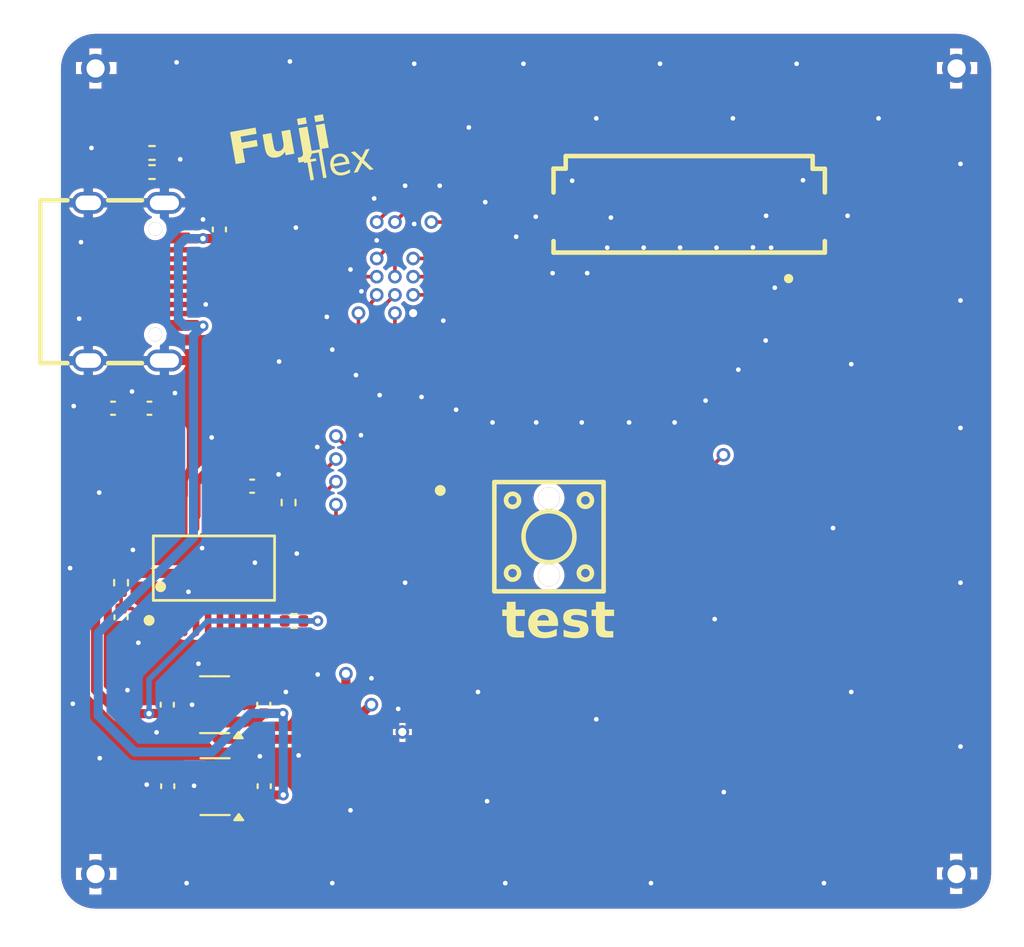
<source format=kicad_pcb>
(kicad_pcb (version 20241229) (generator "pcbnew") (generator_version "9.0")
  (layers (0 "F.Cu" signal) (2 "B.Cu" signal) (13 "F.Paste" user) (15 "B.Paste" user) (5 "F.SilkS" user "F.Silkscreen") (7 "B.SilkS" user "B.Silkscreen") (1 "F.Mask" user) (3 "B.Mask" user) (25 "Edge.Cuts" user))
  (net 0 "")
  (net 1 "GND")
  (net 2 "54MHz")
  (net 3 "D6")
  (net 4 "D2")
  (net 5 "D4")
  (net 6 "C")
  (net 7 "D5")
  (net 8 "D0")
  (net 9 "CSEL")
  (net 10 "W")
  (net 11 "D1")
  (net 12 "D7")
  (net 13 "D3")
  (net 14 "D")
  (net 15 "VBUS")
  (net 16 "3.3V")
  (net 17 "1.8V")
  (net 18 "Net-(U3-~{RST})")
  (net 19 "Net-(U3-XI)")
  (net 20 "Net-(U3-XO)")
  (net 21 "Net-(J1-CC1)")
  (net 22 "Net-(J1-CC2)")
  (net 25 "Net-(U3-RTS1{slash}GPIO7)")
  (net 26 "Net-(U3-TNOW1{slash}DTR1)")
  (net 29 "MISO")
  (net 30 "SCK")
  (net 34 "MOSI")
  (net 35 "CS")
  (net 40 "/D+")
  (net 41 "/D-")
  (net 42 "PROG_B")
  (footprint "Capacitor_SMD:C_0402_1005Metric" (layer "F.Cu") (at 118.918946 104.694572 -90)
    (property "Reference" "C6" (hide yes))
    (property "Value" "0.1µF")
  )
  (footprint "Resistor_SMD:R_0402_1005Metric" (layer "F.Cu") (at 128.418946 104.894572)
    (property "Reference" "R4" (hide yes))
    (property "Value" "5.1k")
  )
  (footprint "Crystal:Crystal_SMD_5032-2Pin_5.0x3.2mm" (layer "F.Cu") (at 119.478946 95.414572 180)
    (property "Reference" "Y1" (hide yes))
    (property "Value" "8MHz" (hide yes))
  )
  (footprint "Capacitor_SMD:C_0402_1005Metric" (layer "F.Cu") (at 121.456446 109.494572 90)
    (property "Reference" "C2" (hide yes))
    (property "Value" "1µF")
  )
  (footprint "Resistor_SMD:R_0402_1005Metric" (layer "F.Cu") (at 120.618946 79.194572)
    (property "Reference" "R2" (hide yes))
    (property "Value" "5.1k")
  )
  (footprint "Capacitor_SMD:C_0402_1005Metric" (layer "F.Cu") (at 126.118946 97.494572)
    (property "Reference" "C5" (hide yes))
    (property "Value" "0.1µF")
  )
  (footprint "Resistor_SMD:R_0402_1005Metric" (layer "F.Cu") (at 118.918946 102.794572 90)
    (property "Reference" "R5" (hide yes))
    (property "Value" "5.1k")
  )
  (footprint "easyeda2kicad:TSSOP-20_L6.5-W4.4-P0.65-LS6.4-BL" (layer "F.Cu") (at 124.018946 101.994572)
    (property "Reference" "U3" (hide yes))
    (property "Value" "CH347T")
  )
  (footprint "Capacitor_SMD:C_0402_1005Metric" (layer "F.Cu") (at 124.318946 83.394572 90)
    (property "Reference" "C7" (hide yes))
    (property "Value" "1µF")
  )
  (footprint "Capacitor_SMD:C_0402_1005Metric" (layer "F.Cu") (at 120.478946 93.214572 180)
    (property "Reference" "C8" (hide yes))
    (property "Value" "22pF")
  )
  (footprint "Resistor_SMD:R_0402_1005Metric" (layer "F.Cu") (at 120.618946 80.244572)
    (property "Reference" "R1" (hide yes))
    (property "Value" "5.1k")
  )
  (footprint "easyeda2kicad:SW-SMD_4P-L6.0-W6.0-P4.50-LS9.0-3" (layer "F.Cu") (at 142.418946 100.269572)
    (property "Reference" "SW1" (hide yes))
    (property "Value" "KH-6X6X6H-STM")
  )
  (footprint "Capacitor_SMD:C_0402_1005Metric" (layer "F.Cu") (at 126.756446 109.494572 90)
    (property "Reference" "C1" (hide yes))
    (property "Value" "1µF")
  )
  (footprint "Capacitor_SMD:C_0402_1005Metric" (layer "F.Cu") (at 126.781446 113.969572 90)
    (property "Reference" "C3" (hide yes))
    (property "Value" "1µF")
  )
  (footprint "Resistor_SMD:R_0402_1005Metric" (layer "F.Cu") (at 128.118946 98.394572 90)
    (property "Reference" "R3" (hide yes))
    (property "Value" "5.1k")
  )
  (footprint "Package_TO_SOT_SMD:SOT-23-5" (layer "F.Cu") (at 124.056446 109.494572 180)
    (property "Reference" "U1" (hide yes))
    (property "Value" "SPX3819M5-L-3-3/TR")
  )
  (footprint "easyeda2kicad:USB-C_SMD-TYPE-C-31-M-12" (layer "F.Cu") (at 119.588946 86.264572 -90)
    (property "Reference" "J1" (hide yes))
    (property "Value" "217179-0001")
  )
  (footprint "easyeda2kicad:FPC-SMD_19P-P0.50_AFD01-S19FCA-00" (layer "F.Cu") (at 150.118946 84.064572 180)
    (property "Reference" "J2" (hide yes))
    (property "Value" "Conn_01x21_Pin" (hide yes))
  )
  (footprint "Package_TO_SOT_SMD:SOT-23-5" (layer "F.Cu") (at 124.081446 113.994572 180)
    (property "Reference" "U2" (hide yes))
    (property "Value" "SPX3819M5-L-1-8/TR")
  )
  (footprint "Capacitor_SMD:C_0402_1005Metric" (layer "F.Cu") (at 121.481446 113.969572 90)
    (property "Reference" "C4" (hide yes))
    (property "Value" "1µF")
  )
  (footprint "Capacitor_SMD:C_0402_1005Metric" (layer "F.Cu") (at 118.478946 93.214572)
    (property "Reference" "C9" (hide yes))
    (property "Value" "22pF")
  )
  (gr_arc (start 164.802179 72.55245) (mid 166.216392 73.138236) (end 166.802178 74.552448) (stroke (width 0.01)) (layer "Edge.Cuts"))
  (gr_line (start 117.519006 72.552457) (end 117.519006 72.55245) (stroke (width 0.01)) (layer "Edge.Cuts"))
  (gr_arc (start 166.802178 118.79457) (mid 166.216392 120.208783) (end 164.80218 120.794569) (stroke (width 0.01)) (layer "Edge.Cuts"))
  (gr_line (start 164.802179 72.55245) (end 117.519006 72.55245) (stroke (width 0.01)) (layer "Edge.Cuts"))
  (gr_arc (start 115.518961 74.552492) (mid 116.104756 73.138256) (end 117.519006 72.552457) (stroke (width 0.01)) (layer "Edge.Cuts"))
  (gr_arc (start 117.518946 120.794569) (mid 116.104739 120.208788) (end 115.518961 118.801205) (stroke (width 0.01)) (layer "Edge.Cuts"))
  (gr_line (start 115.518961 74.552492) (end 115.518961 118.801205) (stroke (width 0.01)) (layer "Edge.Cuts"))
  (gr_line (start 117.518946 120.794569) (end 164.80218 120.794569) (stroke (width 0.01)) (layer "Edge.Cuts"))
  (gr_line (start 166.802178 118.79457) (end 166.802178 74.552448) (stroke (width 0.01)) (layer "Edge.Cuts"))
  (gr_text "test" (at 139.818946 106.144572 0) (layer "F.SilkS") (effects (font (size 2 2) (thickness 0.3) (bold yes) (italic yes)) (justify left bottom)))
  (gr_text "Fuji" (at 125.013347 80.141932 10) (layer "F.SilkS") (effects (font (size 1.75 2) (thickness 0.35) (bold yes) (italic yes)) (justify left bottom)))
  (gr_text "flex" (at 129.143946 80.994572 10) (layer "F.SilkS") (effects (font (size 1.5 1.5) (thickness 0.15) (italic yes)) (justify left bottom)))
  (via (at 140.618946 83.794572) (size 0.508) (drill 0.254) (layers "F.Cu" "B.Cu") (net 1))
  (via (at 145.018946 77.294572) (size 0.508) (drill 0.254) (layers "F.Cu" "B.Cu") (net 1))
  (via (at 117.518996 74.552492) (size 1.6) (drill 1) (layers "F.Cu" "B.Cu") (net 1))
  (via (at 126.54102 112.330512) (size 0.508) (drill 0.254) (layers "F.Cu" "B.Cu") (net 1))
  (via (at 136.418946 80.994572) (size 0.508) (drill 0.254) (layers "F.Cu" "B.Cu") (net 1))
  (via (at 154.318946 89.494572) (size 0.508) (drill 0.254) (layers "F.Cu" "B.Cu") (net 1))
  (via (at 151.618946 84.394572) (size 0.508) (drill 0.254) (layers "F.Cu" "B.Cu") (net 1))
  (via (at 158.818946 82.644572) (size 0.508) (drill 0.254) (layers "F.Cu" "B.Cu") (net 1))
  (via (at 128.518946 83.294572) (size 0.508) (drill 0.254) (layers "F.Cu" "B.Cu") (net 1))
  (via (at 123.418946 82.844572) (size 0.508) (drill 0.254) (layers "F.Cu" "B.Cu") (net 1))
  (via (at 132.118946 86.794572) (size 0.508) (drill 0.254) (layers "F.Cu" "B.Cu") (net 1))
  (via (at 123.168946 107.244572) (size 0.508) (drill 0.254) (layers "F.Cu" "B.Cu") (net 1))
  (via (at 137.318946 93.294572) (size 0.508) (drill 0.254) (layers "F.Cu" "B.Cu") (net 1))
  (via (at 146.818946 93.994572) (size 0.508) (drill 0.254) (layers "F.Cu" "B.Cu") (net 1))
  (via (at 139.318946 93.994572) (size 0.508) (drill 0.254) (layers "F.Cu" "B.Cu") (net 1))
  (via (at 121.968946 74.219572) (size 0.508) (drill 0.254) (layers "F.Cu" "B.Cu") (net 1))
  (via (at 129.693946 95.344572) (size 0.508) (drill 0.254) (layers "F.Cu" "B.Cu") (net 1))
  (via (at 144.518946 85.794572) (size 0.508) (drill 0.254) (layers "F.Cu" "B.Cu") (net 1))
  (via (at 158.018946 99.794572) (size 0.508) (drill 0.254) (layers "F.Cu" "B.Cu") (net 1))
  (via (at 138.518946 108.794572) (size 0.508) (drill 0.254) (layers "F.Cu" "B.Cu") (net 1))
  (via (at 134.518946 80.994572) (size 0.508) (drill 0.254) (layers "F.Cu" "B.Cu") (net 1))
  (via (at 154.618946 84.394572) (size 0.508) (drill 0.254) (layers "F.Cu" "B.Cu") (net 1))
  (via (at 132.668946 108.044572) (size 0.508) (drill 0.254) (layers "F.Cu" "B.Cu") (net 1))
  (via (at 128.568946 101.194572) (size 0.508) (drill 0.254) (layers "F.Cu" "B.Cu") (net 1))
  (via (at 128.193946 74.169572) (size 0.508) (drill 0.254) (layers "F.Cu" "B.Cu") (net 1))
  (via (at 142.618946 85.794572) (size 0.508) (drill 0.254) (layers "F.Cu" "B.Cu") (net 1))
  (via (at 129.719876 107.836332) (size 0.508) (drill 0.254) (layers "F.Cu" "B.Cu") (net 1))
  (via (at 152.518946 77.294572) (size 0.508) (drill 0.254) (layers "F.Cu" "B.Cu") (net 1))
  (via (at 156.368946 80.694572) (size 0.508) (drill 0.254) (layers "F.Cu" "B.Cu") (net 1))
  (via (at 122.518946 119.294572) (size 0.508) (drill 0.254) (layers "F.Cu" "B.Cu") (net 1))
  (via (at 119.268946 108.694572) (size 0.508) (drill 0.254) (layers "F.Cu" "B.Cu") (net 1))
  (via (at 165.018946 79.794572) (size 0.508) (drill 0.254) (layers "F.Cu" "B.Cu") (net 1))
  (via (at 143.693946 80.719572) (size 0.508) (drill 0.254) (layers "F.Cu" "B.Cu") (net 1))
  (via (at 121.876462 92.379735) (size 0.508) (drill 0.254) (layers "F.Cu" "B.Cu") (net 1))
  (via (at 131.818946 91.394572) (size 0.508) (drill 0.254) (layers "F.Cu" "B.Cu") (net 1))
  (via (at 153.618946 84.380799) (size 0.508) (drill 0.254) (layers "F.Cu" "B.Cu") (net 1))
  (via (at 145.618946 84.394572) (size 0.508) (drill 0.254) (layers "F.Cu" "B.Cu") (net 1))
  (via (at 134.959042 87.989472) (size 0.75) (drill 0.45) (layers "F.Cu" "B.Cu") (net 1))
  (via (at 154.818946 86.594572) (size 0.508) (drill 0.254) (layers "F.Cu" "B.Cu") (net 1))
  (via (at 130.518946 89.994572) (size 0.508) (drill 0.254) (layers "F.Cu" "B.Cu") (net 1))
  (via (at 147.618946 84.394572) (size 0.508) (drill 0.254) (layers "F.Cu" "B.Cu") (net 1))
  (via (at 134.138744 109.724228) (size 0.508) (drill 0.254) (layers "F.Cu" "B.Cu") (net 1))
  (via (at 159.018946 90.794572) (size 0.508) (drill 0.254) (layers "F.Cu" "B.Cu") (net 1))
  (via (at 151.018946 92.794572) (size 0.508) (drill 0.254) (layers "F.Cu" "B.Cu") (net 1))
  (via (at 117.293946 78.919572) (size 0.508) (drill 0.254) (layers "F.Cu" "B.Cu") (net 1))
  (via (at 165.018946 94.294572) (size 0.508) (drill 0.254) (layers "F.Cu" "B.Cu") (net 1))
  (via (at 148.518946 74.294572) (size 0.508) (drill 0.254) (layers "F.Cu" "B.Cu") (net 1))
  (via (at 120.328576 113.883622) (size 0.508) (drill 0.254) (layers "F.Cu" "B.Cu") (net 1))
  (via (at 120.867411 111.015122) (size 0.508) (drill 0.254) (layers "F.Cu" "B.Cu") (net 1))
  (via (at 123.368946 100.894572) (size 0.508) (drill 0.254) (layers "F.Cu" "B.Cu") (net 1))
  (via (at 127.968946 108.794572) (size 0.508) (drill 0.254) (layers "F.Cu" "B.Cu") (net 1))
  (via (at 145.818946 82.744572) (size 0.508) (drill 0.254) (layers "F.Cu" "B.Cu") (net 1))
  (via (at 117.747643 112.432366) (size 0.508) (drill 0.254) (layers "F.Cu" "B.Cu") (net 1))
  (via (at 133.118946 92.494572) (size 0.508) (drill 0.254) (layers "F.Cu" "B.Cu") (net 1))
  (via (at 117.718946 97.844572) (size 0.508) (drill 0.254) (layers "F.Cu" "B.Cu") (net 1))
  (via (at 119.868946 106.094572) (size 0.508) (drill 0.254) (layers "F.Cu" "B.Cu") (net 1))
  (via (at 119.568946 100.994572) (size 0.508) (drill 0.254) (layers "F.Cu" "B.Cu") (net 1))
  (via (at 116.318946 93.094572) (size 0.508) (drill 0.254) (layers "F.Cu" "B.Cu") (net 1))
  (via (at 130.518946 119.294572) (size 0.508) (drill 0.254) (layers "F.Cu" "B.Cu") (net 1))
  (via (at 144.218946 93.994572) (size 0.508) (drill 0.254) (layers "F.Cu" "B.Cu") (net 1))
  (via (at 126.268946 101.694572) (size 0.508) (drill 0.254) (layers "F.Cu" "B.Cu") (net 1))
  (via (at 152.018946 114.294572) (size 0.508) (drill 0.254) (layers "F.Cu" "B.Cu") (net 1))
  (via (at 135.418946 92.594572) (size 0.508) (drill 0.254) (layers "F.Cu" "B.Cu") (net 1))
  (via (at 159.018946 108.794572) (size 0.508) (drill 0.254) (layers "F.Cu" "B.Cu") (net 1))
  (via (at 151.518946 104.794572) (size 0.508) (drill 0.254) (layers "F.Cu" "B.Cu") (net 1))
  (via (at 165.018946 111.794572) (size 0.508) (drill 0.254) (layers "F.Cu" "B.Cu") (net 1))
  (via (at 138.918946 81.894572) (size 0.508) (drill 0.254) (layers "F.Cu" "B.Cu") (net 1))
  (via (at 116.268946 109.444572) (size 0.508) (drill 0.254) (layers "F.Cu" "B.Cu") (net 1))
  (via (at 131.518946 85.594572) (size 0.508) (drill 0.254) (layers "F.Cu" "B.Cu") (net 1))
  (via (at 160.518946 77.294572) (size 0.508) (drill 0.254) (layers "F.Cu" "B.Cu") (net 1))
  (via (at 148.018946 119.294572) (size 0.508) (drill 0.254) (layers "F.Cu" "B.Cu") (net 1))
  (via (at 134.365915 110.992188) (size 0.75) (drill 0.45) (layers "F.Cu" "B.Cu") (net 1))
  (via (at 141.718946 93.994572) (size 0.508) (drill 0.254) (layers "F.Cu" "B.Cu") (net 1))
  (via (at 116.718946 84.094572) (size 0.508) (drill 0.254) (layers "F.Cu" "B.Cu") (net 1))
  (via (at 123.893946 94.819572) (size 0.508) (drill 0.254) (layers "F.Cu" "B.Cu") (net 1))
  (via (at 119.518946 92.294572) (size 0.508) (drill 0.254) (layers "F.Cu" "B.Cu") (net 1))
  (via (at 141.693946 82.694572) (size 0.508) (drill 0.254) (layers "F.Cu" "B.Cu") (net 1))
  (via (at 122.618946 103.294572) (size 0.508) (drill 0.254) (layers "F.Cu" "B.Cu") (net 1))
  (via (at 139.018946 114.794572) (size 0.508) (drill 0.254) (layers "F.Cu" "B.Cu") (net 1))
  (via (at 165.018946 87.294572) (size 0.508) (drill 0.254) (layers "F.Cu" "B.Cu") (net 1))
  (via (at 138.018946 77.794572) (size 0.508) (drill 0.254) (layers "F.Cu" "B.Cu") (net 1))
  (via (at 122.92766 113.947015) (size 0.508) (drill 0.254) (layers "F.Cu" "B.Cu") (net 1))
  (via (at 149.318946 93.994572) (size 0.508) (drill 0.254) (layers "F.Cu" "B.Cu") (net 1))
  (via (at 116.618946 88.294572) (size 0.508) (drill 0.254) (layers "F.Cu" "B.Cu") (net 1))
  (via (at 135.018946 74.294572) (size 0.508) (drill 0.254) (layers "F.Cu" "B.Cu") (net 1))
  (via (at 132.818946 81.694572) (size 0.508) (drill 0.254) (layers "F.Cu" "B.Cu") (net 1))
  (via (at 140.018946 119.294572) (size 0.508) (drill 0.254) (layers "F.Cu" "B.Cu") (net 1))
  (via (at 164.802179 118.79457) (size 1.6) (drill 1) (layers "F.Cu" "B.Cu") (net 1))
  (via (at 135.018946 83.094572) (size 0.508) (drill 0.254) (layers "F.Cu" "B.Cu") (net 1))
  (via (at 141.018946 74.294572) (size 0.508) (drill 0.254) (layers "F.Cu" "B.Cu") (net 1))
  (via (at 132.0935 94.694979) (size 0.508) (drill 0.254) (layers "F.Cu" "B.Cu") (net 1))
  (via (at 134.518946 102.794572) (size 0.508) (drill 0.254) (layers "F.Cu" "B.Cu") (net 1))
  (via (at 152.818946 91.094572) (size 0.508) (drill 0.254) (layers "F.Cu" "B.Cu") (net 1))
  (via (at 122.818946 109.494572) (size 0.508) (drill 0.254) (layers "F.Cu" "B.Cu") (net 1))
  (via (at 122.168946 79.544572) (size 0.508) (drill 0.254) (layers "F.Cu" "B.Cu") (net 1))
  (via (at 136.614518 88.403824) (size 0.508) (drill 0.254) (layers "F.Cu" "B.Cu") (net 1))
  (via (at 132.959042 83.994572) (size 0.508) (drill 0.254) (layers "F.Cu" "B.Cu") (net 1))
  (via (at 123.569764 87.512531) (size 0.508) (drill 0.254) (layers "F.Cu" "B.Cu") (net 1))
  (via (at 164.802178 74.55245) (size 1.6) (drill 1) (layers "F.Cu" "B.Cu") (net 1))
  (via (at 127.597884 90.650066) (size 0.508) (drill 0.254) (layers "F.Cu" "B.Cu") (net 1))
  (via (at 156.018946 74.294572) (size 0.508) (drill 0.254) (layers "F.Cu" "B.Cu") (net 1))
  (via (at 165.018946 102.794572) (size 0.508) (drill 0.254) (layers "F.Cu" "B.Cu") (net 1))
  (via (at 154.343946 82.644572) (size 0.508) (drill 0.254) (layers "F.Cu" "B.Cu") (net 1))
  (via (at 130.218946 88.194572) (size 0.508) (drill 0.254) (layers "F.Cu" "B.Cu") (net 1))
  (via (at 145.018946 110.294572) (size 0.508) (drill 0.254) (layers "F.Cu" "B.Cu") (net 1))
  (via (at 127.568946 96.844572) (size 0.508) (drill 0.254) (layers "F.Cu" "B.Cu") (net 1))
  (via (at 149.618946 84.394572) (size 0.508) (drill 0.254) (layers "F.Cu" "B.Cu") (net 1))
  (via (at 131.518946 115.294572) (size 0.508) (drill 0.254) (layers "F.Cu" "B.Cu") (net 1))
  (via (at 157.518946 119.294572) (size 0.508) (drill 0.254) (layers "F.Cu" "B.Cu") (net 1))
  (via (at 128.670843 112.281602) (size 0.508) (drill 0.254) (layers "F.Cu" "B.Cu") (net 1))
  (via (at 116.118946 101.994572) (size 0.508) (drill 0.254) (layers "F.Cu" "B.Cu") (net 1))
  (via (at 117.518946 118.794572) (size 1.6) (drill 1) (layers "F.Cu" "B.Cu") (net 1))
  (segment (start 133.318946 91.794572) (end 137.118946 91.794572) (width 0.2) (layer "F.Cu") (net 2))
  (segment (start 154.118946 88.294572) (end 154.118946 85.424572) (width 0.2) (layer "F.Cu") (net 2))
  (segment (start 132.959042 85.989472) (end 132.024046 85.989472) (width 0.2) (layer "F.Cu") (net 2))
  (segment (start 132.024046 85.989472) (end 130.918946 87.094572) (width 0.2) (layer "F.Cu") (net 2))
  (segment (start 130.918946 87.094572) (end 130.918946 89.394572) (width 0.2) (layer "F.Cu") (net 2))
  (segment (start 130.918946 89.394572) (end 133.318946 91.794572) (width 0.2) (layer "F.Cu") (net 2))
  (segment (start 149.218946 93.194572) (end 154.118946 88.294572) (width 0.2) (layer "F.Cu") (net 2))
  (segment (start 137.118946 91.794572) (end 138.518946 93.194572) (width 0.2) (layer "F.Cu") (net 2))
  (segment (start 138.518946 93.194572) (end 149.218946 93.194572) (width 0.2) (layer "F.Cu") (net 2))
  (via (at 132.959042 85.989472) (size 0.75) (drill 0.45) (layers "F.Cu" "B.Cu") (net 2))
  (segment (start 134.959042 84.989472) (end 136.013846 84.989472) (width 0.2) (layer "F.Cu") (net 3))
  (segment (start 147.218946 89.294572) (end 149.118946 87.394572) (width 0.2) (layer "F.Cu") (net 3))
  (segment (start 136.013846 84.989472) (end 140.318946 89.294572) (width 0.2) (layer "F.Cu") (net 3))
  (segment (start 140.318946 89.294572) (end 147.218946 89.294572) (width 0.2) (layer "F.Cu") (net 3))
  (segment (start 149.118946 87.394572) (end 149.118946 85.424572) (width 0.2) (layer "F.Cu") (net 3))
  (via (at 134.959042 84.989472) (size 0.75) (drill 0.45) (layers "F.Cu" "B.Cu") (net 3))
  (segment (start 136.613846 86.989472) (end 139.918946 90.294572) (width 0.2) (layer "F.Cu") (net 4))
  (segment (start 134.959042 86.989472) (end 136.613846 86.989472) (width 0.2) (layer "F.Cu") (net 4))
  (segment (start 139.918946 90.294572) (end 147.718946 90.294572) (width 0.2) (layer "F.Cu") (net 4))
  (segment (start 147.718946 90.294572) (end 150.618946 87.394572) (width 0.2) (layer "F.Cu") (net 4))
  (segment (start 150.618946 87.394572) (end 150.618946 85.424572) (width 0.2) (layer "F.Cu") (net 4))
  (via (at 134.959042 86.989472) (size 0.75) (drill 0.45) (layers "F.Cu" "B.Cu") (net 4))
  (segment (start 148.218946 91.294572) (end 152.118946 87.394572) (width 0.2) (layer "F.Cu") (net 5))
  (segment (start 133.256164 88.857354) (end 134.293382 89.894572) (width 0.2) (layer "F.Cu") (net 5))
  (segment (start 133.959042 86.989472) (end 133.256164 87.69235) (width 0.2) (layer "F.Cu") (net 5))
  (segment (start 133.256164 87.69235) (end 133.256164 88.857354) (width 0.2) (layer "F.Cu") (net 5))
  (segment (start 152.118946 87.394572) (end 152.118946 85.424572) (width 0.2) (layer "F.Cu") (net 5))
  (segment (start 138.118946 89.894572) (end 139.518946 91.294572) (width 0.2) (layer "F.Cu") (net 5))
  (segment (start 139.518946 91.294572) (end 148.218946 91.294572) (width 0.2) (layer "F.Cu") (net 5))
  (segment (start 134.293382 89.894572) (end 138.118946 89.894572) (width 0.2) (layer "F.Cu") (net 5))
  (via (at 133.959042 86.989472) (size 0.75) (drill 0.45) (layers "F.Cu" "B.Cu") (net 5))
  (segment (start 146.118946 87.794572) (end 147.118946 86.794572) (width 0.2) (layer "F.Cu") (net 6))
  (segment (start 147.118946 86.794572) (end 147.118946 85.424572) (width 0.2) (layer "F.Cu") (net 6))
  (segment (start 137.013846 82.989472) (end 141.818946 87.794572) (width 0.2) (layer "F.Cu") (net 6))
  (segment (start 141.818946 87.794572) (end 146.118946 87.794572) (width 0.2) (layer "F.Cu") (net 6))
  (segment (start 135.959042 82.989472) (end 137.013846 82.989472) (width 0.2) (layer "F.Cu") (net 6))
  (via (at 135.959042 82.989472) (size 0.75) (drill 0.45) (layers "F.Cu" "B.Cu") (net 6))
  (segment (start 134.959042 85.989472) (end 136.313846 85.989472) (width 0.2) (layer "F.Cu") (net 7))
  (segment (start 150.118946 87.094572) (end 150.118946 85.424572) (width 0.2) (layer "F.Cu") (net 7))
  (segment (start 136.313846 85.989472) (end 140.118946 89.794572) (width 0.2) (layer "F.Cu") (net 7))
  (segment (start 140.118946 89.794572) (end 147.418946 89.794572) (width 0.2) (layer "F.Cu") (net 7))
  (segment (start 147.418946 89.794572) (end 150.118946 87.094572) (width 0.2) (layer "F.Cu") (net 7))
  (via (at 134.959042 85.989472) (size 0.75) (drill 0.45) (layers "F.Cu" "B.Cu") (net 7))
  (segment (start 137.718946 90.894572) (end 139.118946 92.294572) (width 0.2) (layer "F.Cu") (net 8))
  (segment (start 139.118946 92.294572) (end 148.618946 92.294572) (width 0.2) (layer "F.Cu") (net 8))
  (segment (start 131.959042 88.934668) (end 133.918946 90.894572) (width 0.2) (layer "F.Cu") (net 8))
  (segment (start 131.959042 87.989472) (end 131.959042 88.934668) (width 0.2) (layer "F.Cu") (net 8))
  (segment (start 153.118946 87.794572) (end 153.118946 85.424572) (width 0.2) (layer "F.Cu") (net 8))
  (segment (start 133.918946 90.894572) (end 137.718946 90.894572) (width 0.2) (layer "F.Cu") (net 8))
  (segment (start 148.618946 92.294572) (end 153.118946 87.794572) (width 0.2) (layer "F.Cu") (net 8))
  (via (at 131.959042 87.989472) (size 0.75) (drill 0.45) (layers "F.Cu" "B.Cu") (net 8))
  (segment (start 134.618946 84.294572) (end 136.018946 84.294572) (width 0.2) (layer "F.Cu") (net 9))
  (segment (start 136.018946 84.294572) (end 140.518946 88.794572) (width 0.2) (layer "F.Cu") (net 9))
  (segment (start 146.918946 88.794572) (end 148.618946 87.094572) (width 0.2) (layer "F.Cu") (net 9))
  (segment (start 140.518946 88.794572) (end 146.918946 88.794572) (width 0.2) (layer "F.Cu") (net 9))
  (segment (start 133.959042 84.954476) (end 134.618946 84.294572) (width 0.2) (layer "F.Cu") (net 9))
  (segment (start 133.959042 85.989472) (end 133.959042 84.954476) (width 0.2) (layer "F.Cu") (net 9))
  (segment (start 148.618946 87.094572) (end 148.618946 85.424572) (width 0.2) (layer "F.Cu") (net 9))
  (via (at 133.959042 85.989472) (size 0.75) (drill 0.45) (layers "F.Cu" "B.Cu") (net 9))
  (segment (start 146.118946 86.294572) (end 146.118946 85.424572) (width 0.2) (layer "F.Cu") (net 10))
  (segment (start 137.218946 81.794572) (end 142.218946 86.794572) (width 0.2) (layer "F.Cu") (net 10))
  (segment (start 142.218946 86.794572) (end 145.618946 86.794572) (width 0.2) (layer "F.Cu") (net 10))
  (segment (start 145.618946 86.794572) (end 146.118946 86.294572) (width 0.2) (layer "F.Cu") (net 10))
  (segment (start 134.153942 81.794572) (end 137.218946 81.794572) (width 0.2) (layer "F.Cu") (net 10))
  (segment (start 132.959042 82.989472) (end 134.153942 81.794572) (width 0.2) (layer "F.Cu") (net 10))
  (via (at 132.959042 82.989472) (size 0.75) (drill 0.45) (layers "F.Cu" "B.Cu") (net 10))
  (segment (start 151.118946 87.594572) (end 151.118946 85.424572) (width 0.2) (layer "F.Cu") (net 11))
  (segment (start 133.959042 88.634668) (end 134.718946 89.394572) (width 0.2) (layer "F.Cu") (net 11))
  (segment (start 147.918946 90.794572) (end 151.118946 87.594572) (width 0.2) (layer "F.Cu") (net 11))
  (segment (start 139.718946 90.794572) (end 147.918946 90.794572) (width 0.2) (layer "F.Cu") (net 11))
  (segment (start 133.959042 87.989472) (end 133.959042 88.634668) (width 0.2) (layer "F.Cu") (net 11))
  (segment (start 138.318946 89.394572) (end 139.718946 90.794572) (width 0.2) (layer "F.Cu") (net 11))
  (segment (start 134.718946 89.394572) (end 138.318946 89.394572) (width 0.2) (layer "F.Cu") (net 11))
  (via (at 133.959042 87.989472) (size 0.75) (drill 0.45) (layers "F.Cu" "B.Cu") (net 11))
  (segment (start 148.118946 86.794572) (end 148.118946 85.424572) (width 0.2) (layer "F.Cu") (net 12))
  (segment (start 132.959042 84.989472) (end 134.153942 83.794572) (width 0.2) (layer "F.Cu") (net 12))
  (segment (start 140.718946 88.294572) (end 146.618946 88.294572) (width 0.2) (layer "F.Cu") (net 12))
  (segment (start 146.618946 88.294572) (end 148.118946 86.794572) (width 0.2) (layer "F.Cu") (net 12))
  (segment (start 134.153942 83.794572) (end 136.218946 83.794572) (width 0.2) (layer "F.Cu") (net 12))
  (segment (start 136.218946 83.794572) (end 140.718946 88.294572) (width 0.2) (layer "F.Cu") (net 12))
  (via (at 132.959042 84.989472) (size 0.75) (drill 0.45) (layers "F.Cu" "B.Cu") (net 12))
  (segment (start 134.118946 90.394572) (end 137.918946 90.394572) (width 0.2) (layer "F.Cu") (net 13))
  (segment (start 132.959042 86.989472) (end 132.959042 87.115848) (width 0.2) (layer "F.Cu") (net 13))
  (segment (start 132.658693 88.934319) (end 134.118946 90.394572) (width 0.2) (layer "F.Cu") (net 13))
  (segment (start 152.618946 87.594572) (end 152.618946 85.424572) (width 0.2) (layer "F.Cu") (net 13))
  (segment (start 137.918946 90.394572) (end 139.318946 91.794572) (width 0.2) (layer "F.Cu") (net 13))
  (segment (start 139.318946 91.794572) (end 148.418946 91.794572) (width 0.2) (layer "F.Cu") (net 13))
  (segment (start 148.418946 91.794572) (end 152.618946 87.594572) (width 0.2) (layer "F.Cu") (net 13))
  (segment (start 132.658693 87.416197) (end 132.658693 88.934319) (width 0.2) (layer "F.Cu") (net 13))
  (segment (start 132.959042 87.115848) (end 132.658693 87.416197) (width 0.2) (layer "F.Cu") (net 13))
  (via (at 132.959042 86.989472) (size 0.75) (drill 0.45) (layers "F.Cu" "B.Cu") (net 13))
  (segment (start 133.959042 82.989472) (end 134.653942 82.294572) (width 0.2) (layer "F.Cu") (net 14))
  (segment (start 145.818946 87.294572) (end 146.618946 86.494572) (width 0.2) (layer "F.Cu") (net 14))
  (segment (start 142.018946 87.294572) (end 145.818946 87.294572) (width 0.2) (layer "F.Cu") (net 14))
  (segment (start 137.018946 82.294572) (end 142.018946 87.294572) (width 0.2) (layer "F.Cu") (net 14))
  (segment (start 134.653942 82.294572) (end 137.018946 82.294572) (width 0.2) (layer "F.Cu") (net 14))
  (segment (start 146.618946 86.494572) (end 146.618946 85.424572) (width 0.2) (layer "F.Cu") (net 14))
  (via (at 133.959042 82.989472) (size 0.75) (drill 0.45) (layers "F.Cu" "B.Cu") (net 14))
  (segment (start 127.825521 114.449572) (end 127.827881 114.451932) (width 0.5) (layer "F.Cu") (net 15))
  (segment (start 125.193946 108.544572) (end 124.506446 108.544572) (width 0.2) (layer "F.Cu") (net 15))
  (segment (start 126.756446 109.974572) (end 127.806869 109.974572) (width 0.5) (layer "F.Cu") (net 15))
  (segment (start 123.118946 88.694572) (end 123.039946 88.615572) (width 0.5) (layer "F.Cu") (net 15))
  (segment (start 123.418946 88.694572) (end 123.118946 88.694572) (width 0.5) (layer "F.Cu") (net 15))
  (segment (start 123.068946 83.894572) (end 123.049946 83.913572) (width 0.5) (layer "F.Cu") (net 15))
  (segment (start 124.241482 113.309536) (end 124.241482 114.629608) (width 0.2) (layer "F.Cu") (net 15))
  (segment (start 125.218946 113.044572) (end 124.506446 113.044572) (width 0.2) (layer "F.Cu") (net 15))
  (segment (start 126.286446 114.944572) (end 125.218946 114.944572) (width 0.5) (layer "F.Cu") (net 15))
  (segment (start 126.781446 114.449572) (end 126.286446 114.944572) (width 0.5) (layer "F.Cu") (net 15))
  (segment (start 124.556446 114.944572) (end 125.218946 114.944572) (width 0.2) (layer "F.Cu") (net 15))
  (segment (start 127.806869 109.974572) (end 127.809413 109.977116) (width 0.5) (layer "F.Cu") (net 15))
  (segment (start 126.286446 110.444572) (end 125.193946 110.444572) (width 0.5) (layer "F.Cu") (net 15))
  (segment (start 123.418946 83.894572) (end 123.068946 83.894572) (width 0.5) (layer "F.Cu") (net 15))
  (segment (start 124.506446 108.544572) (end 124.209299 108.841719) (width 0.2) (layer "F.Cu") (net 15))
  (segment (start 124.209299 110.147425) (end 124.506446 110.444572) (width 0.2) (layer "F.Cu") (net 15))
  (segment (start 124.506446 110.444572) (end 125.193946 110.444572) (width 0.2) (layer "F.Cu") (net 15))
  (segment (start 124.241482 114.629608) (end 124.556446 114.944572) (width 0.2) (layer "F.Cu") (net 15))
  (segment (start 123.418946 83.894572) (end 124.298946 83.894572) (width 0.5) (layer "F.Cu") (net 15))
  (segment (start 126.756446 109.974572) (end 126.286446 110.444572) (width 0.5) (layer "F.Cu") (net 15))
  (segment (start 123.039946 88.615572) (end 122.058946 88.615572) (width 0.5) (layer "F.Cu") (net 15))
  (segment (start 124.506446 113.044572) (end 124.241482 113.309536) (width 0.2) (layer "F.Cu") (net 15))
  (segment (start 123.049946 83.913572) (end 122.058946 83.913572) (width 0.5) (layer "F.Cu") (net 15))
  (segment (start 126.781446 114.449572) (end 127.825521 114.449572) (width 0.5) (layer "F.Cu") (net 15))
  (segment (start 124.298946 83.894572) (end 124.318946 83.874572) (width 0.5) (layer "F.Cu") (net 15))
  (segment (start 124.209299 108.841719) (end 124.209299 110.147425) (width 0.2) (layer "F.Cu") (net 15))
  (via (at 123.418946 83.894572) (size 0.6) (drill 0.3) (layers "F.Cu" "B.Cu") (net 15))
  (via (at 123.418946 88.694572) (size 0.6) (drill 0.3) (layers "F.Cu" "B.Cu") (net 15))
  (via (at 127.809413 109.977116) (size 0.6) (drill 0.3) (layers "F.Cu" "B.Cu") (net 15))
  (via (at 127.827881 114.451932) (size 0.6) (drill 0.3) (layers "F.Cu" "B.Cu") (net 15))
  (segment (start 123.918946 112.094572) (end 126.036402 109.977116) (width 0.5) (layer "B.Cu") (net 15))
  (segment (start 126.036402 109.977116) (end 127.809413 109.977116) (width 0.5) (layer "B.Cu") (net 15))
  (segment (start 122.893946 89.219572) (end 122.893946 100.319572) (width 0.5) (layer "B.Cu") (net 15))
  (segment (start 123.418946 88.694572) (end 122.418946 88.694572) (width 0.5) (layer "B.Cu") (net 15))
  (segment (start 122.068946 88.344572) (end 122.068946 84.294572) (width 0.5) (layer "B.Cu") (net 15))
  (segment (start 122.418946 88.694572) (end 122.068946 88.344572) (width 0.5) (layer "B.Cu") (net 15))
  (segment (start 127.827881 109.995584) (end 127.809413 109.977116) (width 0.5) (layer "B.Cu") (net 15))
  (segment (start 119.668946 112.094572) (end 123.918946 112.094572) (width 0.5) (layer "B.Cu") (net 15))
  (segment (start 122.893946 100.319572) (end 117.668946 105.544572) (width 0.5) (layer "B.Cu") (net 15))
  (segment (start 127.827881 114.451932) (end 127.827881 109.995584) (width 0.5) (layer "B.Cu") (net 15))
  (segment (start 122.468946 83.894572) (end 123.418946 83.894572) (width 0.5) (layer "B.Cu") (net 15))
  (segment (start 122.068946 84.294572) (end 122.468946 83.894572) (width 0.5) (layer "B.Cu") (net 15))
  (segment (start 123.418946 88.694572) (end 122.893946 89.219572) (width 0.5) (layer "B.Cu") (net 15))
  (segment (start 117.668946 105.544572) (end 117.668946 110.094572) (width 0.5) (layer "B.Cu") (net 15))
  (segment (start 117.668946 110.094572) (end 119.668946 112.094572) (width 0.5) (layer "B.Cu") (net 15))
  (segment (start 121.456446 109.974572) (end 120.468783 109.974572) (width 0.5) (layer "F.Cu") (net 16))
  (segment (start 124.998946 100.914572) (end 124.998946 99.124572) (width 0.5) (layer "F.Cu") (net 16))
  (segment (start 124.218946 111.394572) (end 128.643946 111.394572) (width 0.5) (layer "F.Cu") (net 16))
  (segment (start 121.926446 110.444572) (end 121.456446 109.974572) (width 0.5) (layer "F.Cu") (net 16))
  (segment (start 120.468783 109.974572) (end 120.456979 109.986376) (width 0.5) (layer "F.Cu") (net 16))
  (segment (start 118.918946 102.284572) (end 123.628946 102.284572) (width 0.5) (layer "F.Cu") (net 16))
  (segment (start 124.998946 98.134572) (end 125.638946 97.494572) (width 0.3) (layer "F.Cu") (net 16))
  (segment (start 124.998946 99.124572) (end 124.998946 98.134572) (width 0.3) (layer "F.Cu") (net 16))
  (segment (start 120.456979 109.986376) (end 118.81075 109.986376) (width 0.5) (layer "F.Cu") (net 16))
  (segment (start 123.628946 102.284572) (end 124.998946 100.914572) (width 0.5) (layer "F.Cu") (net 16))
  (segment (start 123.268946 110.444572) (end 124.218946 111.394572) (width 0.5) (layer "F.Cu") (net 16))
  (segment (start 122.918946 110.444572) (end 121.926446 110.444572) (width 0.5) (layer "F.Cu") (net 16))
  (segment (start 117.518946 103.364573) (end 118.598947 102.284572) (width 0.5) (layer "F.Cu") (net 16))
  (segment (start 131.265915 108.772603) (end 131.265915 107.792188) (width 0.5) (layer "F.Cu") (net 16))
  (segment (start 118.598947 102.284572) (end 118.918946 102.284572) (width 0.5) (layer "F.Cu") (net 16))
  (segment (start 122.918946 110.444572) (end 123.268946 110.444572) (width 0.5) (layer "F.Cu") (net 16))
  (segment (start 117.518946 108.694572) (end 117.518946 103.364573) (width 0.5) (layer "F.Cu") (net 16))
  (segment (start 128.643946 111.394572) (end 131.265915 108.772603) (width 0.5) (layer "F.Cu") (net 16))
  (segment (start 128.928946 104.894572) (end 129.718946 104.894572) (width 0.3) (layer "F.Cu") (net 16))
  (segment (start 118.81075 109.986376) (end 117.518946 108.694572) (width 0.5) (layer "F.Cu") (net 16))
  (via (at 131.265915 107.792188) (size 0.75) (drill 0.45) (layers "F.Cu" "B.Cu") (net 16))
  (via (at 120.456979 109.986376) (size 0.6) (drill 0.3) (layers "F.Cu" "B.Cu") (net 16))
  (via (at 129.718946 104.894572) (size 0.6) (drill 0.3) (layers "F.Cu" "B.Cu") (net 16))
  (segment (start 123.668946 104.894572) (end 120.456979 108.106539) (width 0.3) (layer "B.Cu") (net 16))
  (segment (start 129.718946 104.894572) (end 123.668946 104.894572) (width 0.3) (layer "B.Cu") (net 16))
  (segment (start 120.456979 108.106539) (end 120.456979 109.986376) (width 0.3) (layer "B.Cu") (net 16))
  (segment (start 132.647626 109.492188) (end 129.468946 112.670868) (width 0.5) (layer "F.Cu") (net 17))
  (segment (start 129.468946 115.144572) (end 128.168946 116.444572) (width 0.5) (layer "F.Cu") (net 17))
  (segment (start 132.665915 109.492188) (end 132.647626 109.492188) (width 0.5) (layer "F.Cu") (net 17))
  (segment (start 122.943946 114.944572) (end 121.976446 114.944572) (width 0.5) (layer "F.Cu") (net 17))
  (segment (start 123.268946 114.944572) (end 122.943946 114.944572) (width 0.5) (layer "F.Cu") (net 17))
  (segment (start 121.976446 114.944572) (end 121.481446 114.449572) (width 0.5) (layer "F.Cu") (net 17))
  (segment (start 128.168946 116.444572) (end 124.768946 116.444572) (width 0.5) (layer "F.Cu") (net 17))
  (segment (start 129.468946 112.670868) (end 129.468946 115.144572) (width 0.5) (layer "F.Cu") (net 17))
  (segment (start 124.768946 116.444572) (end 123.268946 114.944572) (width 0.5) (layer "F.Cu") (net 17))
  (via (at 132.665915 109.492188) (size 0.75) (drill 0.45) (layers "F.Cu" "B.Cu") (net 17))
  (segment (start 118.918946 103.304572) (end 118.918946 104.214572) (width 0.2) (layer "F.Cu") (net 18))
  (segment (start 120.188946 104.864572) (end 121.088946 104.864572) (width 0.2) (layer "F.Cu") (net 18))
  (segment (start 118.918946 104.214572) (end 119.538946 104.214572) (width 0.2) (layer "F.Cu") (net 18))
  (segment (start 119.538946 104.214572) (end 120.188946 104.864572) (width 0.2) (layer "F.Cu") (net 18))
  (segment (start 121.328946 97.304572) (end 121.738946 97.714572) (width 0.2) (layer "F.Cu") (net 19))
  (segment (start 121.328946 95.414572) (end 121.328946 97.304572) (width 0.2) (layer "F.Cu") (net 19))
  (segment (start 121.738946 97.714572) (end 121.738946 99.124572) (width 0.2) (layer "F.Cu") (net 19))
  (segment (start 120.958946 95.044572) (end 121.328946 95.414572) (width 0.2) (layer "F.Cu") (net 19))
  (segment (start 120.958946 93.214572) (end 120.958946 95.044572) (width 0.2) (layer "F.Cu") (net 19))
  (segment (start 117.998946 95.044572) (end 117.628946 95.414572) (width 0.2) (layer "F.Cu") (net 20))
  (segment (start 119.418946 97.394572) (end 120.518946 97.394572) (width 0.2) (layer "F.Cu") (net 20))
  (segment (start 117.998946 93.214572) (end 117.998946 95.044572) (width 0.2) (layer "F.Cu") (net 20))
  (segment (start 121.088946 97.964572) (end 121.088946 99.124572) (width 0.2) (layer "F.Cu") (net 20))
  (segment (start 120.518946 97.394572) (end 121.088946 97.964572) (width 0.2) (layer "F.Cu") (net 20))
  (segment (start 117.628946 95.604572) (end 119.418946 97.394572) (width 0.2) (layer "F.Cu") (net 20))
  (segment (start 117.628946 95.414572) (end 117.628946 95.604572) (width 0.2) (layer "F.Cu") (net 20))
  (segment (start 119.368946 83.844572) (end 120.538946 85.014572) (width 0.2) (layer "F.Cu") (net 21))
  (segment (start 120.108946 80.244572) (end 119.368946 80.984572) (width 0.2) (layer "F.Cu") (net 21))
  (segment (start 120.538946 85.014572) (end 122.058946 85.014572) (width 0.2) (layer "F.Cu") (net 21))
  (segment (start 119.368946 80.984572) (end 119.368946 83.844572) (width 0.2) (layer "F.Cu") (net 21))
  (segment (start 118.768946 86.294572) (end 120.488946 88.014572) (width 0.2) (layer "F.Cu") (net 22))
  (segment (start 120.108946 79.194572) (end 118.768946 80.534572) (width 0.2) (layer "F.Cu") (net 22))
  (segment (start 120.488946 88.014572) (end 122.058946 88.014572) (width 0.2) (layer "F.Cu") (net 22))
  (segment (start 118.768946 80.534572) (end 118.768946 86.294572) (width 0.2) (layer "F.Cu") (net 22))
  (segment (start 125.818946 100.594572) (end 127.718946 100.594572) (width 0.2) (layer "F.Cu") (net 25))
  (segment (start 125.648946 100.424572) (end 125.818946 100.594572) (width 0.2) (layer "F.Cu") (net 25))
  (segment (start 128.118946 100.194572) (end 128.118946 98.904572) (width 0.2) (layer "F.Cu") (net 25))
  (segment (start 125.648946 99.124572) (end 125.648946 100.424572) (width 0.2) (layer "F.Cu") (net 25))
  (segment (start 127.718946 100.594572) (end 128.118946 100.194572) (width 0.2) (layer "F.Cu") (net 25))
  (segment (start 127.908946 104.894572) (end 126.978946 104.894572) (width 0.2) (layer "F.Cu") (net 26))
  (segment (start 126.978946 104.894572) (end 126.948946 104.864572) (width 0.2) (layer "F.Cu") (net 26))
  (segment (start 129.518946 97.206723) (end 130.721504 96.004165) (width 0.2) (layer "F.Cu") (net 29))
  (segment (start 125.718946 102.794572) (end 128.618946 102.794572) (width 0.2) (layer "F.Cu") (net 29))
  (segment (start 124.998946 104.864572) (end 124.998946 103.514572) (width 0.2) (layer "F.Cu") (net 29))
  (segment (start 129.518946 101.894572) (end 129.518946 97.206723) (width 0.2) (layer "F.Cu") (net 29))
  (segment (start 128.618946 102.794572) (end 129.518946 101.894572) (width 0.2) (layer "F.Cu") (net 29))
  (segment (start 124.998946 103.514572) (end 125.718946 102.794572) (width 0.2) (layer "F.Cu") (net 29))
  (via (at 130.721504 96.004165) (size 0.75) (drill 0.45) (layers "F.Cu" "B.Cu") (net 29))
  (segment (start 129.518946 106.294572) (end 124.718946 106.294572) (width 0.2) (layer "F.Cu") (net 30))
  (segment (start 130.721504 105.092014) (end 129.518946 106.294572) (width 0.2) (layer "F.Cu") (net 30))
  (segment (start 124.348946 105.924572) (end 124.348946 104.864572) (width 0.2) (layer "F.Cu") (net 30))
  (segment (start 124.718946 106.294572) (end 124.348946 105.924572) (width 0.2) (layer "F.Cu") (net 30))
  (segment (start 130.721504 98.504994) (end 130.721504 105.092014) (width 0.2) (layer "F.Cu") (net 30))
  (via (at 130.721504 98.504994) (size 0.75) (drill 0.45) (layers "F.Cu" "B.Cu") (net 30))
  (segment (start 130.018946 102.294572) (end 130.018946 97.948737) (width 0.2) (layer "F.Cu") (net 34))
  (segment (start 125.648946 103.794572) (end 126.148946 103.294572) (width 0.2) (layer "F.Cu") (net 34))
  (segment (start 125.648946 104.864572) (end 125.648946 103.794572) (width 0.2) (layer "F.Cu") (net 34))
  (segment (start 126.148946 103.294572) (end 129.018946 103.294572) (width 0.2) (layer "F.Cu") (net 34))
  (segment (start 130.018946 97.948737) (end 130.721504 97.246179) (width 0.2) (layer "F.Cu") (net 34))
  (segment (start 129.018946 103.294572) (end 130.018946 102.294572) (width 0.2) (layer "F.Cu") (net 34))
  (via (at 130.721504 97.246179) (size 0.75) (drill 0.45) (layers "F.Cu" "B.Cu") (net 34))
  (segment (start 131.618946 104.994572) (end 131.618946 95.63838) (width 0.2) (layer "F.Cu") (net 35))
  (segment (start 129.818946 106.794572) (end 131.618946 104.994572) (width 0.2) (layer "F.Cu") (net 35))
  (segment (start 123.698946 106.074572) (end 124.418946 106.794572) (width 0.2) (layer "F.Cu") (net 35))
  (segment (start 131.618946 95.63838) (end 130.721504 94.740938) (width 0.2) (layer "F.Cu") (net 35))
  (segment (start 123.698946 104.864572) (end 123.698946 106.074572) (width 0.2) (layer "F.Cu") (net 35))
  (segment (start 124.418946 106.794572) (end 129.818946 106.794572) (width 0.2) (layer "F.Cu") (net 35))
  (via (at 130.721504 94.740938) (size 0.75) (drill 0.45) (layers "F.Cu" "B.Cu") (net 35))
  (segment (start 122.058946 87.014572) (end 122.798946 87.014572) (width 0.2) (layer "F.Cu") (net 40))
  (segment (start 124.890946 95.434446) (end 123.038946 97.286446) (width 0.5) (layer "F.Cu") (net 40))
  (segment (start 124.890946 87.254698) (end 124.890946 95.434446) (width 0.5) (layer "F.Cu") (net 40))
  (segment (start 122.798946 87.014572) (end 123.168946 86.644572) (width 0.2) (layer "F.Cu") (net 40))
  (segment (start 123.73082 86.094572) (end 124.890946 87.254698) (width 0.5) (layer "F.Cu") (net 40))
  (segment (start 123.168946 86.644572) (end 123.168946 86.094572) (width 0.2) (layer "F.Cu") (net 40))
  (segment (start 123.038946 97.286446) (end 123.038946 99.124572) (width 0.5) (layer "F.Cu") (net 40))
  (segment (start 123.168946 86.094572) (end 123.73082 86.094572) (width 0.5) (layer "F.Cu") (net 40))
  (segment (start 123.990946 85.466572) (end 123.018946 85.466572) (width 0.5) (layer "F.Cu") (net 41))
  (segment (start 121.287598 85.514572) (end 122.058946 85.514572) (width 0.2) (layer "F.Cu") (net 41))
  (segment (start 121.136752 85.665418) (end 121.287598 85.514572) (width 0.2) (layer "F.Cu") (net 41))
  (segment (start 124.718946 86.194572) (end 123.990946 85.466572) (width 0.5) (layer "F.Cu") (net 41))
  (segment (start 122.058946 86.514572) (end 121.256101 86.514572) (width 0.2) (layer "F.Cu") (net 41))
  (segment (start 125.518946 95.694572) (end 125.518946 86.994572) (width 0.5) (layer "F.Cu") (net 41))
  (segment (start 121.256101 86.514572) (end 121.136752 86.395223) (width 0.2) (layer "F.Cu") (net 41))
  (segment (start 123.698946 97.514572) (end 125.518946 95.694572) (width 0.5) (layer "F.Cu") (net 41))
  (segment (start 125.518946 86.994572) (end 124.718946 86.194572) (width 0.5) (layer "F.Cu") (net 41))
  (segment (start 123.698946 99.124572) (end 123.698946 97.514572) (width 0.5) (layer "F.Cu") (net 41))
  (segment (start 121.136752 86.395223) (end 121.136752 85.665418) (width 0.2) (layer "F.Cu") (net 41))
  (segment (start 141.743946 99.594572) (end 143.093946 99.594572) (width 0.2) (layer "F.Cu") (net 42))
  (segment (start 149.755428 98.019572) (end 152 95.775) (width 0.2) (layer "F.Cu") (net 42))
  (segment (start 140.168946 98.019572) (end 141.743946 99.594572) (width 0.2) (layer "F.Cu") (net 42))
  (segment (start 143.093946 99.594572) (end 144.668946 98.019572) (width 0.2) (layer "F.Cu") (net 42))
  (segment (start 146.618946 98.019572) (end 149.755428 98.019572) (width 0.2) (layer "F.Cu") (net 42))
  (segment (start 144.668946 98.019572) (end 146.618946 98.019572) (width 0.2) (layer "F.Cu") (net 42))
  (segment (start 138.218946 98.019572) (end 140.168946 98.019572) (width 0.2) (layer "F.Cu") (net 42))
  (via (at 152 95.775) (size 0.75) (drill 0.45) (layers "F.Cu" "B.Cu") (net 42))
  (zone (net 41) (net_name "/D-") (layer "F.Cu") (priority 1) (connect_pads yes (clearance 0.127)) (min_thickness 0.127) (fill yes (thermal_gap 0.2) (thermal_bridge_width 0.5) (smoothing fillet) (radius 0.5))
    (polygon (pts (xy 123.058946 85.214572) (xy 122.538946 85.354572) (xy 121.408946 85.364572) (xy 121.408946 85.664572) (xy 122.708946 85.664572) (xy 122.988946 85.714572) (xy 123.058946 85.714572)))
  )
  (zone (net 0) (net_name "") (layer "F.Cu") (connect_pads yes (clearance 0)) (min_thickness 0.127)
    (keepout (tracks allowed) (vias allowed) (pads allowed) (copperpour not_allowed) (footprints allowed))
    (fill (thermal_gap 0.2) (thermal_bridge_width 0.5) (smoothing fillet) (radius 0.5))
    (polygon (pts (xy 116.628946 94.214572) (xy 118.018946 94.214572) (xy 118.078946 93.524572) (xy 120.278946 93.524572) (xy 121.238946 93.524572) (xy 122.328946 94.214572) (xy 122.328946 96.614572) (xy 116.628946 96.614572)))
  )
  (zone (net 40) (net_name "/D+") (layer "F.Cu") (priority 2) (connect_pads yes (clearance 0.127)) (min_thickness 0.127) (fill yes (thermal_gap 0.2) (thermal_bridge_width 0.5) (smoothing fillet) (radius 0.5))
    (polygon (pts (xy 121.408946 85.864572) (xy 122.708946 85.864572) (xy 123.128973 85.845149) (xy 123.163539 85.843551) (xy 123.16386 85.854718) (xy 123.164722 85.884693) (xy 123.178013 86.347027) (xy 123.119592 86.347874) (xy 122.676149 86.164572) (xy 121.408946 86.164572)))
  )
  (zone (net 0) (net_name "") (layers "F.Cu" "B.Cu") (connect_pads yes (clearance 0)) (min_thickness 0.127)
    (keepout (tracks allowed) (vias allowed) (pads allowed) (copperpour not_allowed) (footprints allowed))
    (fill (thermal_gap 0.2) (thermal_bridge_width 0.5))
    (polygon (pts (xy 163.718946 119.094572) (xy 165.943946 119.094572) (xy 165.943946 118.419572) (xy 163.718946 118.419572)))
  )
  (zone (net 0) (net_name "") (layers "F.Cu" "B.Cu") (connect_pads yes (clearance 0)) (min_thickness 0.127)
    (keepout (tracks allowed) (vias allowed) (pads allowed) (copperpour not_allowed) (footprints allowed))
    (fill (thermal_gap 0.2) (thermal_bridge_width 0.5))
    (polygon (pts (xy 164.443946 117.669572) (xy 164.443946 119.894572) (xy 165.118946 119.894572) (xy 165.118946 117.669572)))
  )
  (zone (net 0) (net_name "") (layers "F.Cu" "B.Cu") (connect_pads yes (clearance 0)) (min_thickness 0.127)
    (keepout (tracks allowed) (vias allowed) (pads allowed) (copperpour not_allowed) (footprints allowed))
    (fill (thermal_gap 0.2) (thermal_bridge_width 0.5))
    (polygon (pts (xy 133.843946 111.169572) (xy 134.893946 111.169572) (xy 134.893946 110.819572) (xy 133.843946 110.819572)))
  )
  (zone (net 1) (net_name "GND") (layers "F.Cu" "B.Cu") (connect_pads (clearance 0.127)) (min_thickness 0.127) (fill yes (thermal_gap 0.2) (thermal_bridge_width 0.5) (smoothing fillet) (radius 0.5))
    (polygon (pts (xy 113.518946 70.794572) (xy 113.518946 122.794572) (xy 168.518946 122.794572) (xy 168.518946 70.794572)))
  )
  (zone (net 0) (net_name "") (layers "F.Cu" "B.Cu") (connect_pads yes (clearance 0)) (min_thickness 0.127)
    (keepout (tracks allowed) (vias allowed) (pads allowed) (copperpour not_allowed) (footprints allowed))
    (fill (thermal_gap 0.2) (thermal_bridge_width 0.5))
    (polygon (pts (xy 116.443946 74.869572) (xy 118.668946 74.869572) (xy 118.668946 74.194572) (xy 116.443946 74.194572)))
  )
  (zone (net 0) (net_name "") (layers "F.Cu" "B.Cu") (connect_pads yes (clearance 0)) (min_thickness 0.127)
    (keepout (tracks allowed) (vias allowed) (pads allowed) (copperpour not_allowed) (footprints allowed))
    (fill (thermal_gap 0.2) (thermal_bridge_width 0.5) (smoothing fillet) (radius 0.5))
    (polygon (pts (xy 134.193946 110.494572) (xy 134.193946 111.544572) (xy 134.543946 111.544572) (xy 134.543946 110.494572)))
  )
  (zone (net 0) (net_name "") (layers "F.Cu" "B.Cu") (connect_pads yes (clearance 0)) (min_thickness 0.127)
    (keepout (tracks allowed) (vias allowed) (pads allowed) (copperpour not_allowed) (footprints allowed))
    (fill (thermal_gap 0.2) (thermal_bridge_width 0.5))
    (polygon (pts (xy 163.718946 74.869572) (xy 165.943946 74.869572) (xy 165.943946 74.194572) (xy 163.718946 74.194572)))
  )
  (zone (net 0) (net_name "") (layers "F.Cu" "B.Cu") (connect_pads yes (clearance 0)) (min_thickness 0.127)
    (keepout (tracks allowed) (vias allowed) (pads allowed) (copperpour not_allowed) (footprints allowed))
    (fill (thermal_gap 0.2) (thermal_bridge_width 0.5))
    (polygon (pts (xy 117.168946 73.444572) (xy 117.168946 75.669572) (xy 117.843946 75.669572) (xy 117.843946 73.444572)))
  )
  (zone (net 0) (net_name "") (layers "F.Cu" "B.Cu") (connect_pads yes (clearance 0)) (min_thickness 0.127)
    (keepout (tracks allowed) (vias allowed) (pads allowed) (copperpour not_allowed) (footprints allowed))
    (fill (thermal_gap 0.2) (thermal_bridge_width 0.5))
    (polygon (pts (xy 164.443946 73.444572) (xy 164.443946 75.669572) (xy 165.118946 75.669572) (xy 165.118946 73.444572)))
  )
  (zone (net 0) (net_name "") (layers "F.Cu" "B.Cu") (connect_pads yes (clearance 0)) (min_thickness 0.127)
    (keepout (tracks allowed) (vias allowed) (pads allowed) (copperpour not_allowed) (footprints allowed))
    (fill (thermal_gap 0.2) (thermal_bridge_width 0.5))
    (polygon (pts (xy 117.168946 117.694572) (xy 117.168946 119.919572) (xy 117.843946 119.919572) (xy 117.843946 117.694572)))
  )
  (zone (net 0) (net_name "") (layers "F.Cu" "B.Cu") (connect_pads yes (clearance 0)) (min_thickness 0.127)
    (keepout (tracks allowed) (vias allowed) (pads allowed) (copperpour not_allowed) (footprints allowed))
    (fill (thermal_gap 0.2) (thermal_bridge_width 0.5))
    (polygon (pts (xy 116.443946 119.119572) (xy 118.668946 119.119572) (xy 118.668946 118.444572) (xy 116.443946 118.444572)))
  )
)
</source>
